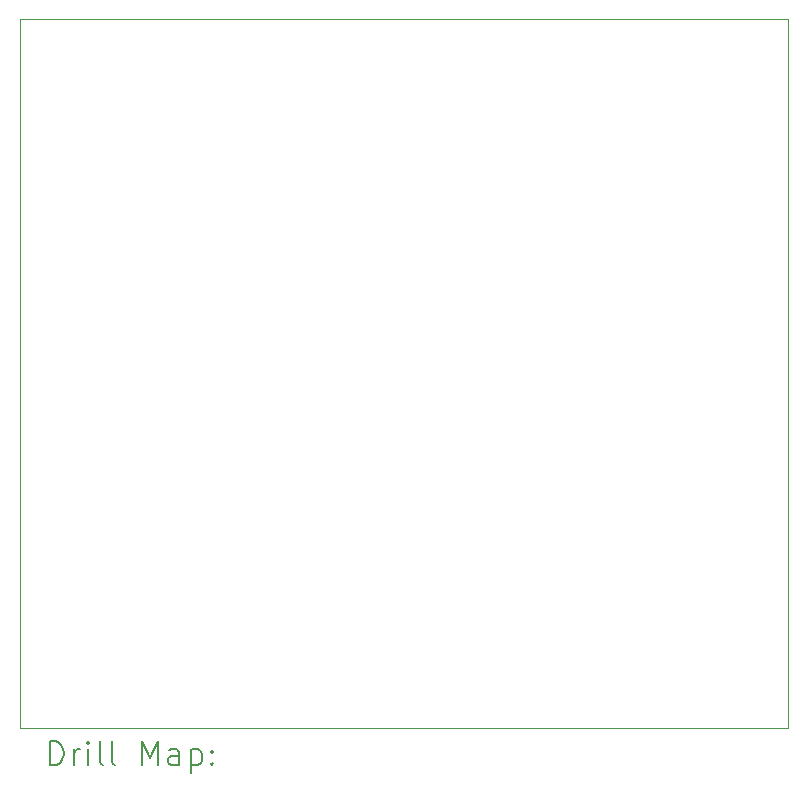
<source format=gbr>
%TF.GenerationSoftware,KiCad,Pcbnew,7.0.5*%
%TF.CreationDate,2023-07-13T08:53:05+02:00*%
%TF.ProjectId,Encoder-Holder,456e636f-6465-4722-9d48-6f6c6465722e,rev?*%
%TF.SameCoordinates,Original*%
%TF.FileFunction,Drillmap*%
%TF.FilePolarity,Positive*%
%FSLAX45Y45*%
G04 Gerber Fmt 4.5, Leading zero omitted, Abs format (unit mm)*
G04 Created by KiCad (PCBNEW 7.0.5) date 2023-07-13 08:53:05*
%MOMM*%
%LPD*%
G01*
G04 APERTURE LIST*
%ADD10C,0.100000*%
%ADD11C,0.200000*%
G04 APERTURE END LIST*
D10*
X10000000Y-5000000D02*
X16500000Y-5000000D01*
X16500000Y-11000000D01*
X10000000Y-11000000D01*
X10000000Y-5000000D01*
D11*
X10255777Y-11316484D02*
X10255777Y-11116484D01*
X10255777Y-11116484D02*
X10303396Y-11116484D01*
X10303396Y-11116484D02*
X10331967Y-11126008D01*
X10331967Y-11126008D02*
X10351015Y-11145055D01*
X10351015Y-11145055D02*
X10360539Y-11164103D01*
X10360539Y-11164103D02*
X10370063Y-11202198D01*
X10370063Y-11202198D02*
X10370063Y-11230769D01*
X10370063Y-11230769D02*
X10360539Y-11268865D01*
X10360539Y-11268865D02*
X10351015Y-11287912D01*
X10351015Y-11287912D02*
X10331967Y-11306960D01*
X10331967Y-11306960D02*
X10303396Y-11316484D01*
X10303396Y-11316484D02*
X10255777Y-11316484D01*
X10455777Y-11316484D02*
X10455777Y-11183150D01*
X10455777Y-11221246D02*
X10465301Y-11202198D01*
X10465301Y-11202198D02*
X10474824Y-11192674D01*
X10474824Y-11192674D02*
X10493872Y-11183150D01*
X10493872Y-11183150D02*
X10512920Y-11183150D01*
X10579586Y-11316484D02*
X10579586Y-11183150D01*
X10579586Y-11116484D02*
X10570063Y-11126008D01*
X10570063Y-11126008D02*
X10579586Y-11135531D01*
X10579586Y-11135531D02*
X10589110Y-11126008D01*
X10589110Y-11126008D02*
X10579586Y-11116484D01*
X10579586Y-11116484D02*
X10579586Y-11135531D01*
X10703396Y-11316484D02*
X10684348Y-11306960D01*
X10684348Y-11306960D02*
X10674824Y-11287912D01*
X10674824Y-11287912D02*
X10674824Y-11116484D01*
X10808158Y-11316484D02*
X10789110Y-11306960D01*
X10789110Y-11306960D02*
X10779586Y-11287912D01*
X10779586Y-11287912D02*
X10779586Y-11116484D01*
X11036729Y-11316484D02*
X11036729Y-11116484D01*
X11036729Y-11116484D02*
X11103396Y-11259341D01*
X11103396Y-11259341D02*
X11170063Y-11116484D01*
X11170063Y-11116484D02*
X11170063Y-11316484D01*
X11351015Y-11316484D02*
X11351015Y-11211722D01*
X11351015Y-11211722D02*
X11341491Y-11192674D01*
X11341491Y-11192674D02*
X11322443Y-11183150D01*
X11322443Y-11183150D02*
X11284348Y-11183150D01*
X11284348Y-11183150D02*
X11265301Y-11192674D01*
X11351015Y-11306960D02*
X11331967Y-11316484D01*
X11331967Y-11316484D02*
X11284348Y-11316484D01*
X11284348Y-11316484D02*
X11265301Y-11306960D01*
X11265301Y-11306960D02*
X11255777Y-11287912D01*
X11255777Y-11287912D02*
X11255777Y-11268865D01*
X11255777Y-11268865D02*
X11265301Y-11249817D01*
X11265301Y-11249817D02*
X11284348Y-11240293D01*
X11284348Y-11240293D02*
X11331967Y-11240293D01*
X11331967Y-11240293D02*
X11351015Y-11230769D01*
X11446253Y-11183150D02*
X11446253Y-11383150D01*
X11446253Y-11192674D02*
X11465301Y-11183150D01*
X11465301Y-11183150D02*
X11503396Y-11183150D01*
X11503396Y-11183150D02*
X11522443Y-11192674D01*
X11522443Y-11192674D02*
X11531967Y-11202198D01*
X11531967Y-11202198D02*
X11541491Y-11221246D01*
X11541491Y-11221246D02*
X11541491Y-11278388D01*
X11541491Y-11278388D02*
X11531967Y-11297436D01*
X11531967Y-11297436D02*
X11522443Y-11306960D01*
X11522443Y-11306960D02*
X11503396Y-11316484D01*
X11503396Y-11316484D02*
X11465301Y-11316484D01*
X11465301Y-11316484D02*
X11446253Y-11306960D01*
X11627205Y-11297436D02*
X11636729Y-11306960D01*
X11636729Y-11306960D02*
X11627205Y-11316484D01*
X11627205Y-11316484D02*
X11617682Y-11306960D01*
X11617682Y-11306960D02*
X11627205Y-11297436D01*
X11627205Y-11297436D02*
X11627205Y-11316484D01*
X11627205Y-11192674D02*
X11636729Y-11202198D01*
X11636729Y-11202198D02*
X11627205Y-11211722D01*
X11627205Y-11211722D02*
X11617682Y-11202198D01*
X11617682Y-11202198D02*
X11627205Y-11192674D01*
X11627205Y-11192674D02*
X11627205Y-11211722D01*
M02*

</source>
